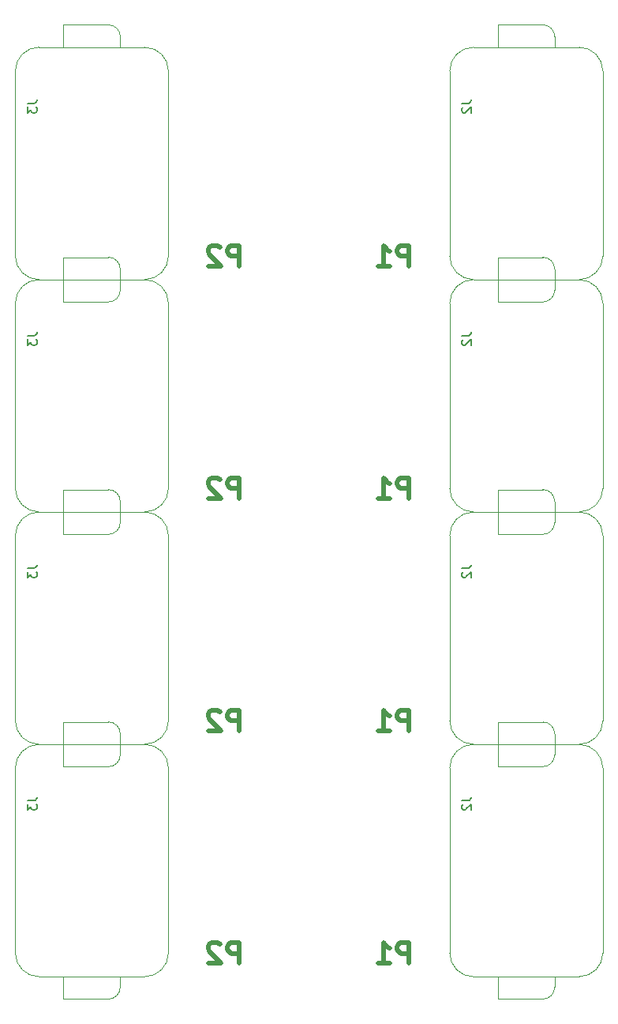
<source format=gbo>
G04 #@! TF.GenerationSoftware,KiCad,Pcbnew,(5.1.0)-1*
G04 #@! TF.CreationDate,2019-07-24T21:39:47-04:00*
G04 #@! TF.ProjectId,Panel,50616e65-6c2e-46b6-9963-61645f706362,rev?*
G04 #@! TF.SameCoordinates,Original*
G04 #@! TF.FileFunction,Legend,Bot*
G04 #@! TF.FilePolarity,Positive*
%FSLAX46Y46*%
G04 Gerber Fmt 4.6, Leading zero omitted, Abs format (unit mm)*
G04 Created by KiCad (PCBNEW (5.1.0)-1) date 2019-07-24 21:39:47*
%MOMM*%
%LPD*%
G04 APERTURE LIST*
%ADD10C,0.500000*%
%ADD11C,0.120000*%
%ADD12C,0.150000*%
G04 APERTURE END LIST*
D10*
X108423809Y-55295238D02*
X108423809Y-53095238D01*
X107585714Y-53095238D01*
X107376190Y-53200000D01*
X107271428Y-53304761D01*
X107166666Y-53514285D01*
X107166666Y-53828571D01*
X107271428Y-54038095D01*
X107376190Y-54142857D01*
X107585714Y-54247619D01*
X108423809Y-54247619D01*
X106328571Y-53304761D02*
X106223809Y-53200000D01*
X106014285Y-53095238D01*
X105490476Y-53095238D01*
X105280952Y-53200000D01*
X105176190Y-53304761D01*
X105071428Y-53514285D01*
X105071428Y-53723809D01*
X105176190Y-54038095D01*
X106433333Y-55295238D01*
X105071428Y-55295238D01*
X108423809Y-55295238D02*
X108423809Y-53095238D01*
X107585714Y-53095238D01*
X107376190Y-53200000D01*
X107271428Y-53304761D01*
X107166666Y-53514285D01*
X107166666Y-53828571D01*
X107271428Y-54038095D01*
X107376190Y-54142857D01*
X107585714Y-54247619D01*
X108423809Y-54247619D01*
X106328571Y-53304761D02*
X106223809Y-53200000D01*
X106014285Y-53095238D01*
X105490476Y-53095238D01*
X105280952Y-53200000D01*
X105176190Y-53304761D01*
X105071428Y-53514285D01*
X105071428Y-53723809D01*
X105176190Y-54038095D01*
X106433333Y-55295238D01*
X105071428Y-55295238D01*
X126623809Y-55295238D02*
X126623809Y-53095238D01*
X125785714Y-53095238D01*
X125576190Y-53200000D01*
X125471428Y-53304761D01*
X125366666Y-53514285D01*
X125366666Y-53828571D01*
X125471428Y-54038095D01*
X125576190Y-54142857D01*
X125785714Y-54247619D01*
X126623809Y-54247619D01*
X123271428Y-55295238D02*
X124528571Y-55295238D01*
X123900000Y-55295238D02*
X123900000Y-53095238D01*
X124109523Y-53409523D01*
X124319047Y-53619047D01*
X124528571Y-53723809D01*
X126623809Y-55295238D02*
X126623809Y-53095238D01*
X125785714Y-53095238D01*
X125576190Y-53200000D01*
X125471428Y-53304761D01*
X125366666Y-53514285D01*
X125366666Y-53828571D01*
X125471428Y-54038095D01*
X125576190Y-54142857D01*
X125785714Y-54247619D01*
X126623809Y-54247619D01*
X123271428Y-55295238D02*
X124528571Y-55295238D01*
X123900000Y-55295238D02*
X123900000Y-53095238D01*
X124109523Y-53409523D01*
X124319047Y-53619047D01*
X124528571Y-53723809D01*
X108423809Y-80195238D02*
X108423809Y-77995238D01*
X107585714Y-77995238D01*
X107376190Y-78100000D01*
X107271428Y-78204761D01*
X107166666Y-78414285D01*
X107166666Y-78728571D01*
X107271428Y-78938095D01*
X107376190Y-79042857D01*
X107585714Y-79147619D01*
X108423809Y-79147619D01*
X106328571Y-78204761D02*
X106223809Y-78100000D01*
X106014285Y-77995238D01*
X105490476Y-77995238D01*
X105280952Y-78100000D01*
X105176190Y-78204761D01*
X105071428Y-78414285D01*
X105071428Y-78623809D01*
X105176190Y-78938095D01*
X106433333Y-80195238D01*
X105071428Y-80195238D01*
X108423809Y-80195238D02*
X108423809Y-77995238D01*
X107585714Y-77995238D01*
X107376190Y-78100000D01*
X107271428Y-78204761D01*
X107166666Y-78414285D01*
X107166666Y-78728571D01*
X107271428Y-78938095D01*
X107376190Y-79042857D01*
X107585714Y-79147619D01*
X108423809Y-79147619D01*
X106328571Y-78204761D02*
X106223809Y-78100000D01*
X106014285Y-77995238D01*
X105490476Y-77995238D01*
X105280952Y-78100000D01*
X105176190Y-78204761D01*
X105071428Y-78414285D01*
X105071428Y-78623809D01*
X105176190Y-78938095D01*
X106433333Y-80195238D01*
X105071428Y-80195238D01*
X126623809Y-80195238D02*
X126623809Y-77995238D01*
X125785714Y-77995238D01*
X125576190Y-78100000D01*
X125471428Y-78204761D01*
X125366666Y-78414285D01*
X125366666Y-78728571D01*
X125471428Y-78938095D01*
X125576190Y-79042857D01*
X125785714Y-79147619D01*
X126623809Y-79147619D01*
X123271428Y-80195238D02*
X124528571Y-80195238D01*
X123900000Y-80195238D02*
X123900000Y-77995238D01*
X124109523Y-78309523D01*
X124319047Y-78519047D01*
X124528571Y-78623809D01*
X126623809Y-80195238D02*
X126623809Y-77995238D01*
X125785714Y-77995238D01*
X125576190Y-78100000D01*
X125471428Y-78204761D01*
X125366666Y-78414285D01*
X125366666Y-78728571D01*
X125471428Y-78938095D01*
X125576190Y-79042857D01*
X125785714Y-79147619D01*
X126623809Y-79147619D01*
X123271428Y-80195238D02*
X124528571Y-80195238D01*
X123900000Y-80195238D02*
X123900000Y-77995238D01*
X124109523Y-78309523D01*
X124319047Y-78519047D01*
X124528571Y-78623809D01*
X126623809Y-105095238D02*
X126623809Y-102895238D01*
X125785714Y-102895238D01*
X125576190Y-103000000D01*
X125471428Y-103104761D01*
X125366666Y-103314285D01*
X125366666Y-103628571D01*
X125471428Y-103838095D01*
X125576190Y-103942857D01*
X125785714Y-104047619D01*
X126623809Y-104047619D01*
X123271428Y-105095238D02*
X124528571Y-105095238D01*
X123900000Y-105095238D02*
X123900000Y-102895238D01*
X124109523Y-103209523D01*
X124319047Y-103419047D01*
X124528571Y-103523809D01*
X108423809Y-105095238D02*
X108423809Y-102895238D01*
X107585714Y-102895238D01*
X107376190Y-103000000D01*
X107271428Y-103104761D01*
X107166666Y-103314285D01*
X107166666Y-103628571D01*
X107271428Y-103838095D01*
X107376190Y-103942857D01*
X107585714Y-104047619D01*
X108423809Y-104047619D01*
X106328571Y-103104761D02*
X106223809Y-103000000D01*
X106014285Y-102895238D01*
X105490476Y-102895238D01*
X105280952Y-103000000D01*
X105176190Y-103104761D01*
X105071428Y-103314285D01*
X105071428Y-103523809D01*
X105176190Y-103838095D01*
X106433333Y-105095238D01*
X105071428Y-105095238D01*
X108423809Y-105095238D02*
X108423809Y-102895238D01*
X107585714Y-102895238D01*
X107376190Y-103000000D01*
X107271428Y-103104761D01*
X107166666Y-103314285D01*
X107166666Y-103628571D01*
X107271428Y-103838095D01*
X107376190Y-103942857D01*
X107585714Y-104047619D01*
X108423809Y-104047619D01*
X106328571Y-103104761D02*
X106223809Y-103000000D01*
X106014285Y-102895238D01*
X105490476Y-102895238D01*
X105280952Y-103000000D01*
X105176190Y-103104761D01*
X105071428Y-103314285D01*
X105071428Y-103523809D01*
X105176190Y-103838095D01*
X106433333Y-105095238D01*
X105071428Y-105095238D01*
X126623809Y-105095238D02*
X126623809Y-102895238D01*
X125785714Y-102895238D01*
X125576190Y-103000000D01*
X125471428Y-103104761D01*
X125366666Y-103314285D01*
X125366666Y-103628571D01*
X125471428Y-103838095D01*
X125576190Y-103942857D01*
X125785714Y-104047619D01*
X126623809Y-104047619D01*
X123271428Y-105095238D02*
X124528571Y-105095238D01*
X123900000Y-105095238D02*
X123900000Y-102895238D01*
X124109523Y-103209523D01*
X124319047Y-103419047D01*
X124528571Y-103523809D01*
X126623809Y-129995238D02*
X126623809Y-127795238D01*
X125785714Y-127795238D01*
X125576190Y-127900000D01*
X125471428Y-128004761D01*
X125366666Y-128214285D01*
X125366666Y-128528571D01*
X125471428Y-128738095D01*
X125576190Y-128842857D01*
X125785714Y-128947619D01*
X126623809Y-128947619D01*
X123271428Y-129995238D02*
X124528571Y-129995238D01*
X123900000Y-129995238D02*
X123900000Y-127795238D01*
X124109523Y-128109523D01*
X124319047Y-128319047D01*
X124528571Y-128423809D01*
X108423809Y-129995238D02*
X108423809Y-127795238D01*
X107585714Y-127795238D01*
X107376190Y-127900000D01*
X107271428Y-128004761D01*
X107166666Y-128214285D01*
X107166666Y-128528571D01*
X107271428Y-128738095D01*
X107376190Y-128842857D01*
X107585714Y-128947619D01*
X108423809Y-128947619D01*
X106328571Y-128004761D02*
X106223809Y-127900000D01*
X106014285Y-127795238D01*
X105490476Y-127795238D01*
X105280952Y-127900000D01*
X105176190Y-128004761D01*
X105071428Y-128214285D01*
X105071428Y-128423809D01*
X105176190Y-128738095D01*
X106433333Y-129995238D01*
X105071428Y-129995238D01*
X108423809Y-129995238D02*
X108423809Y-127795238D01*
X107585714Y-127795238D01*
X107376190Y-127900000D01*
X107271428Y-128004761D01*
X107166666Y-128214285D01*
X107166666Y-128528571D01*
X107271428Y-128738095D01*
X107376190Y-128842857D01*
X107585714Y-128947619D01*
X108423809Y-128947619D01*
X106328571Y-128004761D02*
X106223809Y-127900000D01*
X106014285Y-127795238D01*
X105490476Y-127795238D01*
X105280952Y-127900000D01*
X105176190Y-128004761D01*
X105071428Y-128214285D01*
X105071428Y-128423809D01*
X105176190Y-128738095D01*
X106433333Y-129995238D01*
X105071428Y-129995238D01*
X126623809Y-129995238D02*
X126623809Y-127795238D01*
X125785714Y-127795238D01*
X125576190Y-127900000D01*
X125471428Y-128004761D01*
X125366666Y-128214285D01*
X125366666Y-128528571D01*
X125471428Y-128738095D01*
X125576190Y-128842857D01*
X125785714Y-128947619D01*
X126623809Y-128947619D01*
X123271428Y-129995238D02*
X124528571Y-129995238D01*
X123900000Y-129995238D02*
X123900000Y-127795238D01*
X124109523Y-128109523D01*
X124319047Y-128319047D01*
X124528571Y-128423809D01*
D11*
X147416900Y-34394000D02*
X147416900Y-54206000D01*
X144876900Y-56746000D02*
X133523100Y-56746000D01*
X130983100Y-54206000D02*
X130983100Y-34394000D01*
X133523100Y-31854000D02*
X144876900Y-31854000D01*
X144876900Y-31854000D02*
G75*
G02X147416900Y-34394000I0J-2540000D01*
G01*
X130983100Y-34394000D02*
G75*
G02X133523100Y-31854000I2540000J0D01*
G01*
X133523100Y-56746000D02*
G75*
G02X130983100Y-54206000I0J2540000D01*
G01*
X147416900Y-54206000D02*
G75*
G02X144876900Y-56746000I-2540000J0D01*
G01*
X136152000Y-59146300D02*
X140978000Y-59146300D01*
X136152000Y-29453700D02*
X140978000Y-29453700D01*
X142248000Y-57876300D02*
X142248000Y-56746000D01*
X136152000Y-59146300D02*
X136152000Y-56746000D01*
X142248000Y-30723700D02*
X142248000Y-31854000D01*
X136152000Y-29453700D02*
X136152000Y-31854000D01*
X142248000Y-57876300D02*
G75*
G02X140978000Y-59146300I-1270000J0D01*
G01*
X140978000Y-29453700D02*
G75*
G02X142248000Y-30723700I0J-1270000D01*
G01*
X100816900Y-34394000D02*
X100816900Y-54206000D01*
X98276900Y-56746000D02*
X86923100Y-56746000D01*
X84383100Y-54206000D02*
X84383100Y-34394000D01*
X86923100Y-31854000D02*
X98276900Y-31854000D01*
X98276900Y-31854000D02*
G75*
G02X100816900Y-34394000I0J-2540000D01*
G01*
X84383100Y-34394000D02*
G75*
G02X86923100Y-31854000I2540000J0D01*
G01*
X86923100Y-56746000D02*
G75*
G02X84383100Y-54206000I0J2540000D01*
G01*
X100816900Y-54206000D02*
G75*
G02X98276900Y-56746000I-2540000J0D01*
G01*
X89552000Y-59146300D02*
X94378000Y-59146300D01*
X89552000Y-29453700D02*
X94378000Y-29453700D01*
X95648000Y-57876300D02*
X95648000Y-56746000D01*
X89552000Y-59146300D02*
X89552000Y-56746000D01*
X95648000Y-30723700D02*
X95648000Y-31854000D01*
X89552000Y-29453700D02*
X89552000Y-31854000D01*
X95648000Y-57876300D02*
G75*
G02X94378000Y-59146300I-1270000J0D01*
G01*
X94378000Y-29453700D02*
G75*
G02X95648000Y-30723700I0J-1270000D01*
G01*
X140978000Y-54353700D02*
G75*
G02X142248000Y-55623700I0J-1270000D01*
G01*
X142248000Y-82776300D02*
G75*
G02X140978000Y-84046300I-1270000J0D01*
G01*
X136152000Y-54353700D02*
X136152000Y-56754000D01*
X142248000Y-55623700D02*
X142248000Y-56754000D01*
X136152000Y-84046300D02*
X136152000Y-81646000D01*
X142248000Y-82776300D02*
X142248000Y-81646000D01*
X136152000Y-54353700D02*
X140978000Y-54353700D01*
X136152000Y-84046300D02*
X140978000Y-84046300D01*
X147416900Y-79106000D02*
G75*
G02X144876900Y-81646000I-2540000J0D01*
G01*
X133523100Y-81646000D02*
G75*
G02X130983100Y-79106000I0J2540000D01*
G01*
X130983100Y-59294000D02*
G75*
G02X133523100Y-56754000I2540000J0D01*
G01*
X144876900Y-56754000D02*
G75*
G02X147416900Y-59294000I0J-2540000D01*
G01*
X133523100Y-56754000D02*
X144876900Y-56754000D01*
X130983100Y-79106000D02*
X130983100Y-59294000D01*
X144876900Y-81646000D02*
X133523100Y-81646000D01*
X147416900Y-59294000D02*
X147416900Y-79106000D01*
X94378000Y-54353700D02*
G75*
G02X95648000Y-55623700I0J-1270000D01*
G01*
X95648000Y-82776300D02*
G75*
G02X94378000Y-84046300I-1270000J0D01*
G01*
X89552000Y-54353700D02*
X89552000Y-56754000D01*
X95648000Y-55623700D02*
X95648000Y-56754000D01*
X89552000Y-84046300D02*
X89552000Y-81646000D01*
X95648000Y-82776300D02*
X95648000Y-81646000D01*
X89552000Y-54353700D02*
X94378000Y-54353700D01*
X89552000Y-84046300D02*
X94378000Y-84046300D01*
X100816900Y-79106000D02*
G75*
G02X98276900Y-81646000I-2540000J0D01*
G01*
X86923100Y-81646000D02*
G75*
G02X84383100Y-79106000I0J2540000D01*
G01*
X84383100Y-59294000D02*
G75*
G02X86923100Y-56754000I2540000J0D01*
G01*
X98276900Y-56754000D02*
G75*
G02X100816900Y-59294000I0J-2540000D01*
G01*
X86923100Y-56754000D02*
X98276900Y-56754000D01*
X84383100Y-79106000D02*
X84383100Y-59294000D01*
X98276900Y-81646000D02*
X86923100Y-81646000D01*
X100816900Y-59294000D02*
X100816900Y-79106000D01*
X147416900Y-84194000D02*
X147416900Y-104006000D01*
X144876900Y-106546000D02*
X133523100Y-106546000D01*
X130983100Y-104006000D02*
X130983100Y-84194000D01*
X133523100Y-81654000D02*
X144876900Y-81654000D01*
X144876900Y-81654000D02*
G75*
G02X147416900Y-84194000I0J-2540000D01*
G01*
X130983100Y-84194000D02*
G75*
G02X133523100Y-81654000I2540000J0D01*
G01*
X133523100Y-106546000D02*
G75*
G02X130983100Y-104006000I0J2540000D01*
G01*
X147416900Y-104006000D02*
G75*
G02X144876900Y-106546000I-2540000J0D01*
G01*
X136152000Y-108946300D02*
X140978000Y-108946300D01*
X136152000Y-79253700D02*
X140978000Y-79253700D01*
X142248000Y-107676300D02*
X142248000Y-106546000D01*
X136152000Y-108946300D02*
X136152000Y-106546000D01*
X142248000Y-80523700D02*
X142248000Y-81654000D01*
X136152000Y-79253700D02*
X136152000Y-81654000D01*
X142248000Y-107676300D02*
G75*
G02X140978000Y-108946300I-1270000J0D01*
G01*
X140978000Y-79253700D02*
G75*
G02X142248000Y-80523700I0J-1270000D01*
G01*
X100816900Y-84194000D02*
X100816900Y-104006000D01*
X98276900Y-106546000D02*
X86923100Y-106546000D01*
X84383100Y-104006000D02*
X84383100Y-84194000D01*
X86923100Y-81654000D02*
X98276900Y-81654000D01*
X98276900Y-81654000D02*
G75*
G02X100816900Y-84194000I0J-2540000D01*
G01*
X84383100Y-84194000D02*
G75*
G02X86923100Y-81654000I2540000J0D01*
G01*
X86923100Y-106546000D02*
G75*
G02X84383100Y-104006000I0J2540000D01*
G01*
X100816900Y-104006000D02*
G75*
G02X98276900Y-106546000I-2540000J0D01*
G01*
X89552000Y-108946300D02*
X94378000Y-108946300D01*
X89552000Y-79253700D02*
X94378000Y-79253700D01*
X95648000Y-107676300D02*
X95648000Y-106546000D01*
X89552000Y-108946300D02*
X89552000Y-106546000D01*
X95648000Y-80523700D02*
X95648000Y-81654000D01*
X89552000Y-79253700D02*
X89552000Y-81654000D01*
X95648000Y-107676300D02*
G75*
G02X94378000Y-108946300I-1270000J0D01*
G01*
X94378000Y-79253700D02*
G75*
G02X95648000Y-80523700I0J-1270000D01*
G01*
X140978000Y-104153700D02*
G75*
G02X142248000Y-105423700I0J-1270000D01*
G01*
X142248000Y-132576300D02*
G75*
G02X140978000Y-133846300I-1270000J0D01*
G01*
X136152000Y-104153700D02*
X136152000Y-106554000D01*
X142248000Y-105423700D02*
X142248000Y-106554000D01*
X136152000Y-133846300D02*
X136152000Y-131446000D01*
X142248000Y-132576300D02*
X142248000Y-131446000D01*
X136152000Y-104153700D02*
X140978000Y-104153700D01*
X136152000Y-133846300D02*
X140978000Y-133846300D01*
X147416900Y-128906000D02*
G75*
G02X144876900Y-131446000I-2540000J0D01*
G01*
X133523100Y-131446000D02*
G75*
G02X130983100Y-128906000I0J2540000D01*
G01*
X130983100Y-109094000D02*
G75*
G02X133523100Y-106554000I2540000J0D01*
G01*
X144876900Y-106554000D02*
G75*
G02X147416900Y-109094000I0J-2540000D01*
G01*
X133523100Y-106554000D02*
X144876900Y-106554000D01*
X130983100Y-128906000D02*
X130983100Y-109094000D01*
X144876900Y-131446000D02*
X133523100Y-131446000D01*
X147416900Y-109094000D02*
X147416900Y-128906000D01*
X94378000Y-104153700D02*
G75*
G02X95648000Y-105423700I0J-1270000D01*
G01*
X95648000Y-132576300D02*
G75*
G02X94378000Y-133846300I-1270000J0D01*
G01*
X89552000Y-104153700D02*
X89552000Y-106554000D01*
X95648000Y-105423700D02*
X95648000Y-106554000D01*
X89552000Y-133846300D02*
X89552000Y-131446000D01*
X95648000Y-132576300D02*
X95648000Y-131446000D01*
X89552000Y-104153700D02*
X94378000Y-104153700D01*
X89552000Y-133846300D02*
X94378000Y-133846300D01*
X100816900Y-128906000D02*
G75*
G02X98276900Y-131446000I-2540000J0D01*
G01*
X86923100Y-131446000D02*
G75*
G02X84383100Y-128906000I0J2540000D01*
G01*
X84383100Y-109094000D02*
G75*
G02X86923100Y-106554000I2540000J0D01*
G01*
X98276900Y-106554000D02*
G75*
G02X100816900Y-109094000I0J-2540000D01*
G01*
X86923100Y-106554000D02*
X98276900Y-106554000D01*
X84383100Y-128906000D02*
X84383100Y-109094000D01*
X98276900Y-131446000D02*
X86923100Y-131446000D01*
X100816900Y-109094000D02*
X100816900Y-128906000D01*
D12*
X132291380Y-37870666D02*
X133005666Y-37870666D01*
X133148523Y-37823047D01*
X133243761Y-37727809D01*
X133291380Y-37584952D01*
X133291380Y-37489714D01*
X132386619Y-38299238D02*
X132339000Y-38346857D01*
X132291380Y-38442095D01*
X132291380Y-38680190D01*
X132339000Y-38775428D01*
X132386619Y-38823047D01*
X132481857Y-38870666D01*
X132577095Y-38870666D01*
X132719952Y-38823047D01*
X133291380Y-38251619D01*
X133291380Y-38870666D01*
X85691380Y-37870666D02*
X86405666Y-37870666D01*
X86548523Y-37823047D01*
X86643761Y-37727809D01*
X86691380Y-37584952D01*
X86691380Y-37489714D01*
X85691380Y-38251619D02*
X85691380Y-38870666D01*
X86072333Y-38537333D01*
X86072333Y-38680190D01*
X86119952Y-38775428D01*
X86167571Y-38823047D01*
X86262809Y-38870666D01*
X86500904Y-38870666D01*
X86596142Y-38823047D01*
X86643761Y-38775428D01*
X86691380Y-38680190D01*
X86691380Y-38394476D01*
X86643761Y-38299238D01*
X86596142Y-38251619D01*
X132291380Y-62770666D02*
X133005666Y-62770666D01*
X133148523Y-62723047D01*
X133243761Y-62627809D01*
X133291380Y-62484952D01*
X133291380Y-62389714D01*
X132386619Y-63199238D02*
X132339000Y-63246857D01*
X132291380Y-63342095D01*
X132291380Y-63580190D01*
X132339000Y-63675428D01*
X132386619Y-63723047D01*
X132481857Y-63770666D01*
X132577095Y-63770666D01*
X132719952Y-63723047D01*
X133291380Y-63151619D01*
X133291380Y-63770666D01*
X85691380Y-62770666D02*
X86405666Y-62770666D01*
X86548523Y-62723047D01*
X86643761Y-62627809D01*
X86691380Y-62484952D01*
X86691380Y-62389714D01*
X85691380Y-63151619D02*
X85691380Y-63770666D01*
X86072333Y-63437333D01*
X86072333Y-63580190D01*
X86119952Y-63675428D01*
X86167571Y-63723047D01*
X86262809Y-63770666D01*
X86500904Y-63770666D01*
X86596142Y-63723047D01*
X86643761Y-63675428D01*
X86691380Y-63580190D01*
X86691380Y-63294476D01*
X86643761Y-63199238D01*
X86596142Y-63151619D01*
X132291380Y-87670666D02*
X133005666Y-87670666D01*
X133148523Y-87623047D01*
X133243761Y-87527809D01*
X133291380Y-87384952D01*
X133291380Y-87289714D01*
X132386619Y-88099238D02*
X132339000Y-88146857D01*
X132291380Y-88242095D01*
X132291380Y-88480190D01*
X132339000Y-88575428D01*
X132386619Y-88623047D01*
X132481857Y-88670666D01*
X132577095Y-88670666D01*
X132719952Y-88623047D01*
X133291380Y-88051619D01*
X133291380Y-88670666D01*
X85691380Y-87670666D02*
X86405666Y-87670666D01*
X86548523Y-87623047D01*
X86643761Y-87527809D01*
X86691380Y-87384952D01*
X86691380Y-87289714D01*
X85691380Y-88051619D02*
X85691380Y-88670666D01*
X86072333Y-88337333D01*
X86072333Y-88480190D01*
X86119952Y-88575428D01*
X86167571Y-88623047D01*
X86262809Y-88670666D01*
X86500904Y-88670666D01*
X86596142Y-88623047D01*
X86643761Y-88575428D01*
X86691380Y-88480190D01*
X86691380Y-88194476D01*
X86643761Y-88099238D01*
X86596142Y-88051619D01*
X132291380Y-112570666D02*
X133005666Y-112570666D01*
X133148523Y-112523047D01*
X133243761Y-112427809D01*
X133291380Y-112284952D01*
X133291380Y-112189714D01*
X132386619Y-112999238D02*
X132339000Y-113046857D01*
X132291380Y-113142095D01*
X132291380Y-113380190D01*
X132339000Y-113475428D01*
X132386619Y-113523047D01*
X132481857Y-113570666D01*
X132577095Y-113570666D01*
X132719952Y-113523047D01*
X133291380Y-112951619D01*
X133291380Y-113570666D01*
X85691380Y-112570666D02*
X86405666Y-112570666D01*
X86548523Y-112523047D01*
X86643761Y-112427809D01*
X86691380Y-112284952D01*
X86691380Y-112189714D01*
X85691380Y-112951619D02*
X85691380Y-113570666D01*
X86072333Y-113237333D01*
X86072333Y-113380190D01*
X86119952Y-113475428D01*
X86167571Y-113523047D01*
X86262809Y-113570666D01*
X86500904Y-113570666D01*
X86596142Y-113523047D01*
X86643761Y-113475428D01*
X86691380Y-113380190D01*
X86691380Y-113094476D01*
X86643761Y-112999238D01*
X86596142Y-112951619D01*
M02*

</source>
